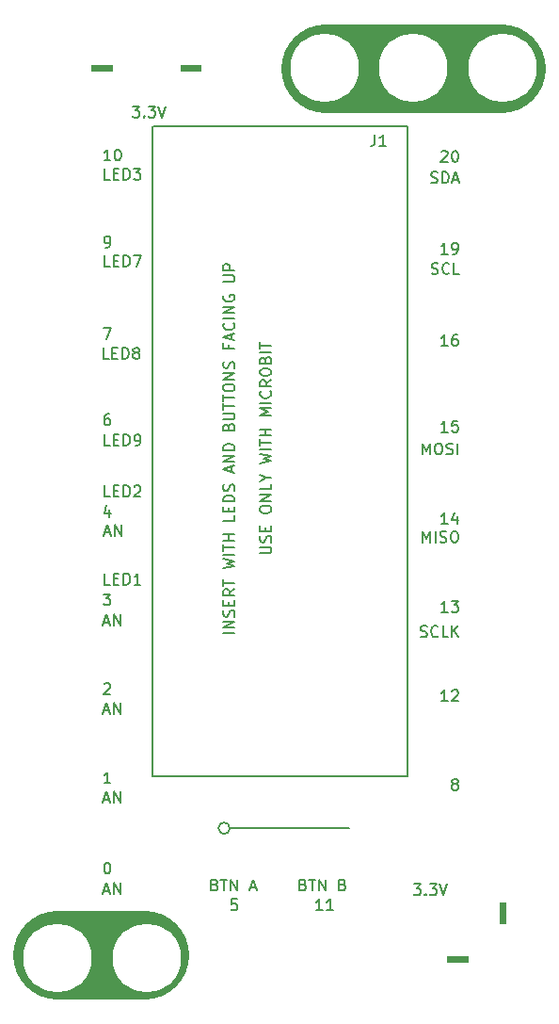
<source format=gto>
%TF.GenerationSoftware,KiCad,Pcbnew,4.0.7-e2-6376~58~ubuntu16.04.1*%
%TF.CreationDate,2018-02-09T09:37:37-08:00*%
%TF.ProjectId,6x11-Microbit-Breakout,367831312D4D6963726F6269742D4272,1.0*%
%TF.FileFunction,Legend,Top*%
%FSLAX46Y46*%
G04 Gerber Fmt 4.6, Leading zero omitted, Abs format (unit mm)*
G04 Created by KiCad (PCBNEW 4.0.7-e2-6376~58~ubuntu16.04.1) date Fri Feb  9 09:37:37 2018*
%MOMM*%
%LPD*%
G01*
G04 APERTURE LIST*
%ADD10C,0.350000*%
%ADD11C,0.152400*%
%ADD12C,0.600000*%
%ADD13C,8.000000*%
%ADD14C,0.150000*%
%ADD15C,0.300000*%
%ADD16C,0.254000*%
%ADD17C,6.152400*%
%ADD18C,1.676400*%
G04 APERTURE END LIST*
D10*
D11*
X72745600Y-96596200D02*
X83413600Y-96596200D01*
X72683033Y-96596200D02*
G75*
G03X72683033Y-96596200I-508933J0D01*
G01*
D12*
X97215200Y-100457200D02*
X97215200Y-108357200D01*
D13*
X65015200Y-108007200D02*
X57211200Y-108007200D01*
X81315200Y-28357200D02*
X97115200Y-28357200D01*
D14*
X65745200Y-91967200D02*
X65745200Y-33547200D01*
X88715200Y-91967200D02*
X88715200Y-33547200D01*
X65745200Y-91967200D02*
X88605200Y-91967200D01*
X65855200Y-33547200D02*
X88715200Y-33547200D01*
D12*
X89215200Y-108357200D02*
X97115200Y-108357200D01*
X56715200Y-28257200D02*
X73515200Y-28257200D01*
D14*
X73109581Y-79059129D02*
X72109581Y-79059129D01*
X73109581Y-78582939D02*
X72109581Y-78582939D01*
X73109581Y-78011510D01*
X72109581Y-78011510D01*
X73061962Y-77582939D02*
X73109581Y-77440082D01*
X73109581Y-77201986D01*
X73061962Y-77106748D01*
X73014343Y-77059129D01*
X72919105Y-77011510D01*
X72823867Y-77011510D01*
X72728629Y-77059129D01*
X72681010Y-77106748D01*
X72633390Y-77201986D01*
X72585771Y-77392463D01*
X72538152Y-77487701D01*
X72490533Y-77535320D01*
X72395295Y-77582939D01*
X72300057Y-77582939D01*
X72204819Y-77535320D01*
X72157200Y-77487701D01*
X72109581Y-77392463D01*
X72109581Y-77154367D01*
X72157200Y-77011510D01*
X72585771Y-76582939D02*
X72585771Y-76249605D01*
X73109581Y-76106748D02*
X73109581Y-76582939D01*
X72109581Y-76582939D01*
X72109581Y-76106748D01*
X73109581Y-75106748D02*
X72633390Y-75440082D01*
X73109581Y-75678177D02*
X72109581Y-75678177D01*
X72109581Y-75297224D01*
X72157200Y-75201986D01*
X72204819Y-75154367D01*
X72300057Y-75106748D01*
X72442914Y-75106748D01*
X72538152Y-75154367D01*
X72585771Y-75201986D01*
X72633390Y-75297224D01*
X72633390Y-75678177D01*
X72109581Y-74821034D02*
X72109581Y-74249605D01*
X73109581Y-74535320D02*
X72109581Y-74535320D01*
X72109581Y-73249605D02*
X73109581Y-73011510D01*
X72395295Y-72821033D01*
X73109581Y-72630557D01*
X72109581Y-72392462D01*
X73109581Y-72011510D02*
X72109581Y-72011510D01*
X72109581Y-71678177D02*
X72109581Y-71106748D01*
X73109581Y-71392463D02*
X72109581Y-71392463D01*
X73109581Y-70773415D02*
X72109581Y-70773415D01*
X72585771Y-70773415D02*
X72585771Y-70201986D01*
X73109581Y-70201986D02*
X72109581Y-70201986D01*
X73109581Y-68487700D02*
X73109581Y-68963891D01*
X72109581Y-68963891D01*
X72585771Y-68154367D02*
X72585771Y-67821033D01*
X73109581Y-67678176D02*
X73109581Y-68154367D01*
X72109581Y-68154367D01*
X72109581Y-67678176D01*
X73109581Y-67249605D02*
X72109581Y-67249605D01*
X72109581Y-67011510D01*
X72157200Y-66868652D01*
X72252438Y-66773414D01*
X72347676Y-66725795D01*
X72538152Y-66678176D01*
X72681010Y-66678176D01*
X72871486Y-66725795D01*
X72966724Y-66773414D01*
X73061962Y-66868652D01*
X73109581Y-67011510D01*
X73109581Y-67249605D01*
X73061962Y-66297224D02*
X73109581Y-66154367D01*
X73109581Y-65916271D01*
X73061962Y-65821033D01*
X73014343Y-65773414D01*
X72919105Y-65725795D01*
X72823867Y-65725795D01*
X72728629Y-65773414D01*
X72681010Y-65821033D01*
X72633390Y-65916271D01*
X72585771Y-66106748D01*
X72538152Y-66201986D01*
X72490533Y-66249605D01*
X72395295Y-66297224D01*
X72300057Y-66297224D01*
X72204819Y-66249605D01*
X72157200Y-66201986D01*
X72109581Y-66106748D01*
X72109581Y-65868652D01*
X72157200Y-65725795D01*
X72823867Y-64582938D02*
X72823867Y-64106747D01*
X73109581Y-64678176D02*
X72109581Y-64344843D01*
X73109581Y-64011509D01*
X73109581Y-63678176D02*
X72109581Y-63678176D01*
X73109581Y-63106747D01*
X72109581Y-63106747D01*
X73109581Y-62630557D02*
X72109581Y-62630557D01*
X72109581Y-62392462D01*
X72157200Y-62249604D01*
X72252438Y-62154366D01*
X72347676Y-62106747D01*
X72538152Y-62059128D01*
X72681010Y-62059128D01*
X72871486Y-62106747D01*
X72966724Y-62154366D01*
X73061962Y-62249604D01*
X73109581Y-62392462D01*
X73109581Y-62630557D01*
X72585771Y-60535318D02*
X72633390Y-60392461D01*
X72681010Y-60344842D01*
X72776248Y-60297223D01*
X72919105Y-60297223D01*
X73014343Y-60344842D01*
X73061962Y-60392461D01*
X73109581Y-60487699D01*
X73109581Y-60868652D01*
X72109581Y-60868652D01*
X72109581Y-60535318D01*
X72157200Y-60440080D01*
X72204819Y-60392461D01*
X72300057Y-60344842D01*
X72395295Y-60344842D01*
X72490533Y-60392461D01*
X72538152Y-60440080D01*
X72585771Y-60535318D01*
X72585771Y-60868652D01*
X72109581Y-59868652D02*
X72919105Y-59868652D01*
X73014343Y-59821033D01*
X73061962Y-59773414D01*
X73109581Y-59678176D01*
X73109581Y-59487699D01*
X73061962Y-59392461D01*
X73014343Y-59344842D01*
X72919105Y-59297223D01*
X72109581Y-59297223D01*
X72109581Y-58963890D02*
X72109581Y-58392461D01*
X73109581Y-58678176D02*
X72109581Y-58678176D01*
X72109581Y-58201985D02*
X72109581Y-57630556D01*
X73109581Y-57916271D02*
X72109581Y-57916271D01*
X72109581Y-57106747D02*
X72109581Y-56916270D01*
X72157200Y-56821032D01*
X72252438Y-56725794D01*
X72442914Y-56678175D01*
X72776248Y-56678175D01*
X72966724Y-56725794D01*
X73061962Y-56821032D01*
X73109581Y-56916270D01*
X73109581Y-57106747D01*
X73061962Y-57201985D01*
X72966724Y-57297223D01*
X72776248Y-57344842D01*
X72442914Y-57344842D01*
X72252438Y-57297223D01*
X72157200Y-57201985D01*
X72109581Y-57106747D01*
X73109581Y-56249604D02*
X72109581Y-56249604D01*
X73109581Y-55678175D01*
X72109581Y-55678175D01*
X73061962Y-55249604D02*
X73109581Y-55106747D01*
X73109581Y-54868651D01*
X73061962Y-54773413D01*
X73014343Y-54725794D01*
X72919105Y-54678175D01*
X72823867Y-54678175D01*
X72728629Y-54725794D01*
X72681010Y-54773413D01*
X72633390Y-54868651D01*
X72585771Y-55059128D01*
X72538152Y-55154366D01*
X72490533Y-55201985D01*
X72395295Y-55249604D01*
X72300057Y-55249604D01*
X72204819Y-55201985D01*
X72157200Y-55154366D01*
X72109581Y-55059128D01*
X72109581Y-54821032D01*
X72157200Y-54678175D01*
X72585771Y-53154365D02*
X72585771Y-53487699D01*
X73109581Y-53487699D02*
X72109581Y-53487699D01*
X72109581Y-53011508D01*
X72823867Y-52678175D02*
X72823867Y-52201984D01*
X73109581Y-52773413D02*
X72109581Y-52440080D01*
X73109581Y-52106746D01*
X73014343Y-51201984D02*
X73061962Y-51249603D01*
X73109581Y-51392460D01*
X73109581Y-51487698D01*
X73061962Y-51630556D01*
X72966724Y-51725794D01*
X72871486Y-51773413D01*
X72681010Y-51821032D01*
X72538152Y-51821032D01*
X72347676Y-51773413D01*
X72252438Y-51725794D01*
X72157200Y-51630556D01*
X72109581Y-51487698D01*
X72109581Y-51392460D01*
X72157200Y-51249603D01*
X72204819Y-51201984D01*
X73109581Y-50773413D02*
X72109581Y-50773413D01*
X73109581Y-50297223D02*
X72109581Y-50297223D01*
X73109581Y-49725794D01*
X72109581Y-49725794D01*
X72157200Y-48725794D02*
X72109581Y-48821032D01*
X72109581Y-48963889D01*
X72157200Y-49106747D01*
X72252438Y-49201985D01*
X72347676Y-49249604D01*
X72538152Y-49297223D01*
X72681010Y-49297223D01*
X72871486Y-49249604D01*
X72966724Y-49201985D01*
X73061962Y-49106747D01*
X73109581Y-48963889D01*
X73109581Y-48868651D01*
X73061962Y-48725794D01*
X73014343Y-48678175D01*
X72681010Y-48678175D01*
X72681010Y-48868651D01*
X72109581Y-47487699D02*
X72919105Y-47487699D01*
X73014343Y-47440080D01*
X73061962Y-47392461D01*
X73109581Y-47297223D01*
X73109581Y-47106746D01*
X73061962Y-47011508D01*
X73014343Y-46963889D01*
X72919105Y-46916270D01*
X72109581Y-46916270D01*
X73109581Y-46440080D02*
X72109581Y-46440080D01*
X72109581Y-46059127D01*
X72157200Y-45963889D01*
X72204819Y-45916270D01*
X72300057Y-45868651D01*
X72442914Y-45868651D01*
X72538152Y-45916270D01*
X72585771Y-45963889D01*
X72633390Y-46059127D01*
X72633390Y-46440080D01*
X75411581Y-71892462D02*
X76221105Y-71892462D01*
X76316343Y-71844843D01*
X76363962Y-71797224D01*
X76411581Y-71701986D01*
X76411581Y-71511509D01*
X76363962Y-71416271D01*
X76316343Y-71368652D01*
X76221105Y-71321033D01*
X75411581Y-71321033D01*
X76363962Y-70892462D02*
X76411581Y-70749605D01*
X76411581Y-70511509D01*
X76363962Y-70416271D01*
X76316343Y-70368652D01*
X76221105Y-70321033D01*
X76125867Y-70321033D01*
X76030629Y-70368652D01*
X75983010Y-70416271D01*
X75935390Y-70511509D01*
X75887771Y-70701986D01*
X75840152Y-70797224D01*
X75792533Y-70844843D01*
X75697295Y-70892462D01*
X75602057Y-70892462D01*
X75506819Y-70844843D01*
X75459200Y-70797224D01*
X75411581Y-70701986D01*
X75411581Y-70463890D01*
X75459200Y-70321033D01*
X75887771Y-69892462D02*
X75887771Y-69559128D01*
X76411581Y-69416271D02*
X76411581Y-69892462D01*
X75411581Y-69892462D01*
X75411581Y-69416271D01*
X75411581Y-68035319D02*
X75411581Y-67844842D01*
X75459200Y-67749604D01*
X75554438Y-67654366D01*
X75744914Y-67606747D01*
X76078248Y-67606747D01*
X76268724Y-67654366D01*
X76363962Y-67749604D01*
X76411581Y-67844842D01*
X76411581Y-68035319D01*
X76363962Y-68130557D01*
X76268724Y-68225795D01*
X76078248Y-68273414D01*
X75744914Y-68273414D01*
X75554438Y-68225795D01*
X75459200Y-68130557D01*
X75411581Y-68035319D01*
X76411581Y-67178176D02*
X75411581Y-67178176D01*
X76411581Y-66606747D01*
X75411581Y-66606747D01*
X76411581Y-65654366D02*
X76411581Y-66130557D01*
X75411581Y-66130557D01*
X75935390Y-65130557D02*
X76411581Y-65130557D01*
X75411581Y-65463890D02*
X75935390Y-65130557D01*
X75411581Y-64797223D01*
X75411581Y-63797223D02*
X76411581Y-63559128D01*
X75697295Y-63368651D01*
X76411581Y-63178175D01*
X75411581Y-62940080D01*
X76411581Y-62559128D02*
X75411581Y-62559128D01*
X75411581Y-62225795D02*
X75411581Y-61654366D01*
X76411581Y-61940081D02*
X75411581Y-61940081D01*
X76411581Y-61321033D02*
X75411581Y-61321033D01*
X75887771Y-61321033D02*
X75887771Y-60749604D01*
X76411581Y-60749604D02*
X75411581Y-60749604D01*
X76411581Y-59511509D02*
X75411581Y-59511509D01*
X76125867Y-59178175D01*
X75411581Y-58844842D01*
X76411581Y-58844842D01*
X76411581Y-58368652D02*
X75411581Y-58368652D01*
X76316343Y-57321033D02*
X76363962Y-57368652D01*
X76411581Y-57511509D01*
X76411581Y-57606747D01*
X76363962Y-57749605D01*
X76268724Y-57844843D01*
X76173486Y-57892462D01*
X75983010Y-57940081D01*
X75840152Y-57940081D01*
X75649676Y-57892462D01*
X75554438Y-57844843D01*
X75459200Y-57749605D01*
X75411581Y-57606747D01*
X75411581Y-57511509D01*
X75459200Y-57368652D01*
X75506819Y-57321033D01*
X76411581Y-56321033D02*
X75935390Y-56654367D01*
X76411581Y-56892462D02*
X75411581Y-56892462D01*
X75411581Y-56511509D01*
X75459200Y-56416271D01*
X75506819Y-56368652D01*
X75602057Y-56321033D01*
X75744914Y-56321033D01*
X75840152Y-56368652D01*
X75887771Y-56416271D01*
X75935390Y-56511509D01*
X75935390Y-56892462D01*
X75411581Y-55701986D02*
X75411581Y-55511509D01*
X75459200Y-55416271D01*
X75554438Y-55321033D01*
X75744914Y-55273414D01*
X76078248Y-55273414D01*
X76268724Y-55321033D01*
X76363962Y-55416271D01*
X76411581Y-55511509D01*
X76411581Y-55701986D01*
X76363962Y-55797224D01*
X76268724Y-55892462D01*
X76078248Y-55940081D01*
X75744914Y-55940081D01*
X75554438Y-55892462D01*
X75459200Y-55797224D01*
X75411581Y-55701986D01*
X75887771Y-54511509D02*
X75935390Y-54368652D01*
X75983010Y-54321033D01*
X76078248Y-54273414D01*
X76221105Y-54273414D01*
X76316343Y-54321033D01*
X76363962Y-54368652D01*
X76411581Y-54463890D01*
X76411581Y-54844843D01*
X75411581Y-54844843D01*
X75411581Y-54511509D01*
X75459200Y-54416271D01*
X75506819Y-54368652D01*
X75602057Y-54321033D01*
X75697295Y-54321033D01*
X75792533Y-54368652D01*
X75840152Y-54416271D01*
X75887771Y-54511509D01*
X75887771Y-54844843D01*
X76411581Y-53844843D02*
X75411581Y-53844843D01*
X75411581Y-53511510D02*
X75411581Y-52940081D01*
X76411581Y-53225796D02*
X75411581Y-53225796D01*
X92281867Y-60992581D02*
X91710438Y-60992581D01*
X91996152Y-60992581D02*
X91996152Y-59992581D01*
X91900914Y-60135438D01*
X91805676Y-60230676D01*
X91710438Y-60278295D01*
X93186629Y-59992581D02*
X92710438Y-59992581D01*
X92662819Y-60468771D01*
X92710438Y-60421152D01*
X92805676Y-60373533D01*
X93043772Y-60373533D01*
X93139010Y-60421152D01*
X93186629Y-60468771D01*
X93234248Y-60564010D01*
X93234248Y-60802105D01*
X93186629Y-60897343D01*
X93139010Y-60944962D01*
X93043772Y-60992581D01*
X92805676Y-60992581D01*
X92710438Y-60944962D01*
X92662819Y-60897343D01*
X92281867Y-69242581D02*
X91710438Y-69242581D01*
X91996152Y-69242581D02*
X91996152Y-68242581D01*
X91900914Y-68385438D01*
X91805676Y-68480676D01*
X91710438Y-68528295D01*
X93139010Y-68575914D02*
X93139010Y-69242581D01*
X92900914Y-68194962D02*
X92662819Y-68909248D01*
X93281867Y-68909248D01*
X92281867Y-44992581D02*
X91710438Y-44992581D01*
X91996152Y-44992581D02*
X91996152Y-43992581D01*
X91900914Y-44135438D01*
X91805676Y-44230676D01*
X91710438Y-44278295D01*
X92758057Y-44992581D02*
X92948533Y-44992581D01*
X93043772Y-44944962D01*
X93091391Y-44897343D01*
X93186629Y-44754486D01*
X93234248Y-44564010D01*
X93234248Y-44183057D01*
X93186629Y-44087819D01*
X93139010Y-44040200D01*
X93043772Y-43992581D01*
X92853295Y-43992581D01*
X92758057Y-44040200D01*
X92710438Y-44087819D01*
X92662819Y-44183057D01*
X92662819Y-44421152D01*
X92710438Y-44516390D01*
X92758057Y-44564010D01*
X92853295Y-44611629D01*
X93043772Y-44611629D01*
X93139010Y-44564010D01*
X93186629Y-44516390D01*
X93234248Y-44421152D01*
X92281867Y-53242581D02*
X91710438Y-53242581D01*
X91996152Y-53242581D02*
X91996152Y-52242581D01*
X91900914Y-52385438D01*
X91805676Y-52480676D01*
X91710438Y-52528295D01*
X93139010Y-52242581D02*
X92948533Y-52242581D01*
X92853295Y-52290200D01*
X92805676Y-52337819D01*
X92710438Y-52480676D01*
X92662819Y-52671152D01*
X92662819Y-53052105D01*
X92710438Y-53147343D01*
X92758057Y-53194962D01*
X92853295Y-53242581D01*
X93043772Y-53242581D01*
X93139010Y-53194962D01*
X93186629Y-53147343D01*
X93234248Y-53052105D01*
X93234248Y-52814010D01*
X93186629Y-52718771D01*
X93139010Y-52671152D01*
X93043772Y-52623533D01*
X92853295Y-52623533D01*
X92758057Y-52671152D01*
X92710438Y-52718771D01*
X92662819Y-52814010D01*
X91710438Y-35804819D02*
X91758057Y-35757200D01*
X91853295Y-35709581D01*
X92091391Y-35709581D01*
X92186629Y-35757200D01*
X92234248Y-35804819D01*
X92281867Y-35900057D01*
X92281867Y-35995295D01*
X92234248Y-36138152D01*
X91662819Y-36709581D01*
X92281867Y-36709581D01*
X92900914Y-35709581D02*
X92996153Y-35709581D01*
X93091391Y-35757200D01*
X93139010Y-35804819D01*
X93186629Y-35900057D01*
X93234248Y-36090533D01*
X93234248Y-36328629D01*
X93186629Y-36519105D01*
X93139010Y-36614343D01*
X93091391Y-36661962D01*
X92996153Y-36709581D01*
X92900914Y-36709581D01*
X92805676Y-36661962D01*
X92758057Y-36614343D01*
X92710438Y-36519105D01*
X92662819Y-36328629D01*
X92662819Y-36090533D01*
X92710438Y-35900057D01*
X92758057Y-35804819D01*
X92805676Y-35757200D01*
X92900914Y-35709581D01*
X92281867Y-77182581D02*
X91710438Y-77182581D01*
X91996152Y-77182581D02*
X91996152Y-76182581D01*
X91900914Y-76325438D01*
X91805676Y-76420676D01*
X91710438Y-76468295D01*
X92615200Y-76182581D02*
X93234248Y-76182581D01*
X92900914Y-76563533D01*
X93043772Y-76563533D01*
X93139010Y-76611152D01*
X93186629Y-76658771D01*
X93234248Y-76754010D01*
X93234248Y-76992105D01*
X93186629Y-77087343D01*
X93139010Y-77134962D01*
X93043772Y-77182581D01*
X92758057Y-77182581D01*
X92662819Y-77134962D01*
X92615200Y-77087343D01*
X92281867Y-85182581D02*
X91710438Y-85182581D01*
X91996152Y-85182581D02*
X91996152Y-84182581D01*
X91900914Y-84325438D01*
X91805676Y-84420676D01*
X91710438Y-84468295D01*
X92662819Y-84277819D02*
X92710438Y-84230200D01*
X92805676Y-84182581D01*
X93043772Y-84182581D01*
X93139010Y-84230200D01*
X93186629Y-84277819D01*
X93234248Y-84373057D01*
X93234248Y-84468295D01*
X93186629Y-84611152D01*
X92615200Y-85182581D01*
X93234248Y-85182581D01*
X92853295Y-92611152D02*
X92758057Y-92563533D01*
X92710438Y-92515914D01*
X92662819Y-92420676D01*
X92662819Y-92373057D01*
X92710438Y-92277819D01*
X92758057Y-92230200D01*
X92853295Y-92182581D01*
X93043772Y-92182581D01*
X93139010Y-92230200D01*
X93186629Y-92277819D01*
X93234248Y-92373057D01*
X93234248Y-92420676D01*
X93186629Y-92515914D01*
X93139010Y-92563533D01*
X93043772Y-92611152D01*
X92853295Y-92611152D01*
X92758057Y-92658771D01*
X92710438Y-92706390D01*
X92662819Y-92801629D01*
X92662819Y-92992105D01*
X92710438Y-93087343D01*
X92758057Y-93134962D01*
X92853295Y-93182581D01*
X93043772Y-93182581D01*
X93139010Y-93134962D01*
X93186629Y-93087343D01*
X93234248Y-92992105D01*
X93234248Y-92801629D01*
X93186629Y-92706390D01*
X93139010Y-92658771D01*
X93043772Y-92611152D01*
X63939010Y-31709581D02*
X64558058Y-31709581D01*
X64224724Y-32090533D01*
X64367582Y-32090533D01*
X64462820Y-32138152D01*
X64510439Y-32185771D01*
X64558058Y-32281010D01*
X64558058Y-32519105D01*
X64510439Y-32614343D01*
X64462820Y-32661962D01*
X64367582Y-32709581D01*
X64081867Y-32709581D01*
X63986629Y-32661962D01*
X63939010Y-32614343D01*
X64986629Y-32614343D02*
X65034248Y-32661962D01*
X64986629Y-32709581D01*
X64939010Y-32661962D01*
X64986629Y-32614343D01*
X64986629Y-32709581D01*
X65367581Y-31709581D02*
X65986629Y-31709581D01*
X65653295Y-32090533D01*
X65796153Y-32090533D01*
X65891391Y-32138152D01*
X65939010Y-32185771D01*
X65986629Y-32281010D01*
X65986629Y-32519105D01*
X65939010Y-32614343D01*
X65891391Y-32661962D01*
X65796153Y-32709581D01*
X65510438Y-32709581D01*
X65415200Y-32661962D01*
X65367581Y-32614343D01*
X66272343Y-31709581D02*
X66605676Y-32709581D01*
X66939010Y-31709581D01*
X61848534Y-67956914D02*
X61848534Y-68623581D01*
X61610438Y-67575962D02*
X61372343Y-68290248D01*
X61991391Y-68290248D01*
X61324724Y-75563581D02*
X61943772Y-75563581D01*
X61610438Y-75944533D01*
X61753296Y-75944533D01*
X61848534Y-75992152D01*
X61896153Y-76039771D01*
X61943772Y-76135010D01*
X61943772Y-76373105D01*
X61896153Y-76468343D01*
X61848534Y-76515962D01*
X61753296Y-76563581D01*
X61467581Y-76563581D01*
X61372343Y-76515962D01*
X61324724Y-76468343D01*
X61372343Y-102223867D02*
X61848534Y-102223867D01*
X61277105Y-102509581D02*
X61610438Y-101509581D01*
X61943772Y-102509581D01*
X62277105Y-102509581D02*
X62277105Y-101509581D01*
X62848534Y-102509581D01*
X62848534Y-101509581D01*
X61943772Y-92563581D02*
X61372343Y-92563581D01*
X61658057Y-92563581D02*
X61658057Y-91563581D01*
X61562819Y-91706438D01*
X61467581Y-91801676D01*
X61372343Y-91849295D01*
X61848534Y-59373581D02*
X61658057Y-59373581D01*
X61562819Y-59421200D01*
X61515200Y-59468819D01*
X61419962Y-59611676D01*
X61372343Y-59802152D01*
X61372343Y-60183105D01*
X61419962Y-60278343D01*
X61467581Y-60325962D01*
X61562819Y-60373581D01*
X61753296Y-60373581D01*
X61848534Y-60325962D01*
X61896153Y-60278343D01*
X61943772Y-60183105D01*
X61943772Y-59945010D01*
X61896153Y-59849771D01*
X61848534Y-59802152D01*
X61753296Y-59754533D01*
X61562819Y-59754533D01*
X61467581Y-59802152D01*
X61419962Y-59849771D01*
X61372343Y-59945010D01*
X61467581Y-44403581D02*
X61658057Y-44403581D01*
X61753296Y-44355962D01*
X61800915Y-44308343D01*
X61896153Y-44165486D01*
X61943772Y-43975010D01*
X61943772Y-43594057D01*
X61896153Y-43498819D01*
X61848534Y-43451200D01*
X61753296Y-43403581D01*
X61562819Y-43403581D01*
X61467581Y-43451200D01*
X61419962Y-43498819D01*
X61372343Y-43594057D01*
X61372343Y-43832152D01*
X61419962Y-43927390D01*
X61467581Y-43975010D01*
X61562819Y-44022629D01*
X61753296Y-44022629D01*
X61848534Y-43975010D01*
X61896153Y-43927390D01*
X61943772Y-43832152D01*
X61324724Y-51643581D02*
X61991391Y-51643581D01*
X61562819Y-52643581D01*
X61943772Y-36593581D02*
X61372343Y-36593581D01*
X61658057Y-36593581D02*
X61658057Y-35593581D01*
X61562819Y-35736438D01*
X61467581Y-35831676D01*
X61372343Y-35879295D01*
X62562819Y-35593581D02*
X62658058Y-35593581D01*
X62753296Y-35641200D01*
X62800915Y-35688819D01*
X62848534Y-35784057D01*
X62896153Y-35974533D01*
X62896153Y-36212629D01*
X62848534Y-36403105D01*
X62800915Y-36498343D01*
X62753296Y-36545962D01*
X62658058Y-36593581D01*
X62562819Y-36593581D01*
X62467581Y-36545962D01*
X62419962Y-36498343D01*
X62372343Y-36403105D01*
X62324724Y-36212629D01*
X62324724Y-35974533D01*
X62372343Y-35784057D01*
X62419962Y-35688819D01*
X62467581Y-35641200D01*
X62562819Y-35593581D01*
X61610438Y-99693581D02*
X61705677Y-99693581D01*
X61800915Y-99741200D01*
X61848534Y-99788819D01*
X61896153Y-99884057D01*
X61943772Y-100074533D01*
X61943772Y-100312629D01*
X61896153Y-100503105D01*
X61848534Y-100598343D01*
X61800915Y-100645962D01*
X61705677Y-100693581D01*
X61610438Y-100693581D01*
X61515200Y-100645962D01*
X61467581Y-100598343D01*
X61419962Y-100503105D01*
X61372343Y-100312629D01*
X61372343Y-100074533D01*
X61419962Y-99884057D01*
X61467581Y-99788819D01*
X61515200Y-99741200D01*
X61610438Y-99693581D01*
X81023724Y-103976581D02*
X80452295Y-103976581D01*
X80738009Y-103976581D02*
X80738009Y-102976581D01*
X80642771Y-103119438D01*
X80547533Y-103214676D01*
X80452295Y-103262295D01*
X81976105Y-103976581D02*
X81404676Y-103976581D01*
X81690390Y-103976581D02*
X81690390Y-102976581D01*
X81595152Y-103119438D01*
X81499914Y-103214676D01*
X81404676Y-103262295D01*
X73324296Y-102976581D02*
X72848105Y-102976581D01*
X72800486Y-103452771D01*
X72848105Y-103405152D01*
X72943343Y-103357533D01*
X73181439Y-103357533D01*
X73276677Y-103405152D01*
X73324296Y-103452771D01*
X73371915Y-103548010D01*
X73371915Y-103786105D01*
X73324296Y-103881343D01*
X73276677Y-103928962D01*
X73181439Y-103976581D01*
X72943343Y-103976581D01*
X72848105Y-103928962D01*
X72800486Y-103881343D01*
X89239010Y-101609581D02*
X89858058Y-101609581D01*
X89524724Y-101990533D01*
X89667582Y-101990533D01*
X89762820Y-102038152D01*
X89810439Y-102085771D01*
X89858058Y-102181010D01*
X89858058Y-102419105D01*
X89810439Y-102514343D01*
X89762820Y-102561962D01*
X89667582Y-102609581D01*
X89381867Y-102609581D01*
X89286629Y-102561962D01*
X89239010Y-102514343D01*
X90286629Y-102514343D02*
X90334248Y-102561962D01*
X90286629Y-102609581D01*
X90239010Y-102561962D01*
X90286629Y-102514343D01*
X90286629Y-102609581D01*
X90667581Y-101609581D02*
X91286629Y-101609581D01*
X90953295Y-101990533D01*
X91096153Y-101990533D01*
X91191391Y-102038152D01*
X91239010Y-102085771D01*
X91286629Y-102181010D01*
X91286629Y-102419105D01*
X91239010Y-102514343D01*
X91191391Y-102561962D01*
X91096153Y-102609581D01*
X90810438Y-102609581D01*
X90715200Y-102561962D01*
X90667581Y-102514343D01*
X91572343Y-101609581D02*
X91905676Y-102609581D01*
X92239010Y-101609581D01*
X85731867Y-34269581D02*
X85731867Y-34983867D01*
X85684247Y-35126724D01*
X85589009Y-35221962D01*
X85446152Y-35269581D01*
X85350914Y-35269581D01*
X86731867Y-35269581D02*
X86160438Y-35269581D01*
X86446152Y-35269581D02*
X86446152Y-34269581D01*
X86350914Y-34412438D01*
X86255676Y-34507676D01*
X86160438Y-34555295D01*
X71343343Y-101685771D02*
X71486200Y-101733390D01*
X71533819Y-101781010D01*
X71581438Y-101876248D01*
X71581438Y-102019105D01*
X71533819Y-102114343D01*
X71486200Y-102161962D01*
X71390962Y-102209581D01*
X71010009Y-102209581D01*
X71010009Y-101209581D01*
X71343343Y-101209581D01*
X71438581Y-101257200D01*
X71486200Y-101304819D01*
X71533819Y-101400057D01*
X71533819Y-101495295D01*
X71486200Y-101590533D01*
X71438581Y-101638152D01*
X71343343Y-101685771D01*
X71010009Y-101685771D01*
X71867152Y-101209581D02*
X72438581Y-101209581D01*
X72152866Y-102209581D02*
X72152866Y-101209581D01*
X72771914Y-102209581D02*
X72771914Y-101209581D01*
X73343343Y-102209581D01*
X73343343Y-101209581D01*
X74533819Y-101923867D02*
X75010010Y-101923867D01*
X74438581Y-102209581D02*
X74771914Y-101209581D01*
X75105248Y-102209581D01*
X79271915Y-101685771D02*
X79414772Y-101733390D01*
X79462391Y-101781010D01*
X79510010Y-101876248D01*
X79510010Y-102019105D01*
X79462391Y-102114343D01*
X79414772Y-102161962D01*
X79319534Y-102209581D01*
X78938581Y-102209581D01*
X78938581Y-101209581D01*
X79271915Y-101209581D01*
X79367153Y-101257200D01*
X79414772Y-101304819D01*
X79462391Y-101400057D01*
X79462391Y-101495295D01*
X79414772Y-101590533D01*
X79367153Y-101638152D01*
X79271915Y-101685771D01*
X78938581Y-101685771D01*
X79795724Y-101209581D02*
X80367153Y-101209581D01*
X80081438Y-102209581D02*
X80081438Y-101209581D01*
X80700486Y-102209581D02*
X80700486Y-101209581D01*
X81271915Y-102209581D01*
X81271915Y-101209581D01*
X82843344Y-101685771D02*
X82986201Y-101733390D01*
X83033820Y-101781010D01*
X83081439Y-101876248D01*
X83081439Y-102019105D01*
X83033820Y-102114343D01*
X82986201Y-102161962D01*
X82890963Y-102209581D01*
X82510010Y-102209581D01*
X82510010Y-101209581D01*
X82843344Y-101209581D01*
X82938582Y-101257200D01*
X82986201Y-101304819D01*
X83033820Y-101400057D01*
X83033820Y-101495295D01*
X82986201Y-101590533D01*
X82938582Y-101638152D01*
X82843344Y-101685771D01*
X82510010Y-101685771D01*
X90805676Y-38561962D02*
X90948533Y-38609581D01*
X91186629Y-38609581D01*
X91281867Y-38561962D01*
X91329486Y-38514343D01*
X91377105Y-38419105D01*
X91377105Y-38323867D01*
X91329486Y-38228629D01*
X91281867Y-38181010D01*
X91186629Y-38133390D01*
X90996152Y-38085771D01*
X90900914Y-38038152D01*
X90853295Y-37990533D01*
X90805676Y-37895295D01*
X90805676Y-37800057D01*
X90853295Y-37704819D01*
X90900914Y-37657200D01*
X90996152Y-37609581D01*
X91234248Y-37609581D01*
X91377105Y-37657200D01*
X91805676Y-38609581D02*
X91805676Y-37609581D01*
X92043771Y-37609581D01*
X92186629Y-37657200D01*
X92281867Y-37752438D01*
X92329486Y-37847676D01*
X92377105Y-38038152D01*
X92377105Y-38181010D01*
X92329486Y-38371486D01*
X92281867Y-38466724D01*
X92186629Y-38561962D01*
X92043771Y-38609581D01*
X91805676Y-38609581D01*
X92758057Y-38323867D02*
X93234248Y-38323867D01*
X92662819Y-38609581D02*
X92996152Y-37609581D01*
X93329486Y-38609581D01*
X90853295Y-46761962D02*
X90996152Y-46809581D01*
X91234248Y-46809581D01*
X91329486Y-46761962D01*
X91377105Y-46714343D01*
X91424724Y-46619105D01*
X91424724Y-46523867D01*
X91377105Y-46428629D01*
X91329486Y-46381010D01*
X91234248Y-46333390D01*
X91043771Y-46285771D01*
X90948533Y-46238152D01*
X90900914Y-46190533D01*
X90853295Y-46095295D01*
X90853295Y-46000057D01*
X90900914Y-45904819D01*
X90948533Y-45857200D01*
X91043771Y-45809581D01*
X91281867Y-45809581D01*
X91424724Y-45857200D01*
X92424724Y-46714343D02*
X92377105Y-46761962D01*
X92234248Y-46809581D01*
X92139010Y-46809581D01*
X91996152Y-46761962D01*
X91900914Y-46666724D01*
X91853295Y-46571486D01*
X91805676Y-46381010D01*
X91805676Y-46238152D01*
X91853295Y-46047676D01*
X91900914Y-45952438D01*
X91996152Y-45857200D01*
X92139010Y-45809581D01*
X92234248Y-45809581D01*
X92377105Y-45857200D01*
X92424724Y-45904819D01*
X93329486Y-46809581D02*
X92853295Y-46809581D01*
X92853295Y-45809581D01*
X90043772Y-63009581D02*
X90043772Y-62009581D01*
X90377106Y-62723867D01*
X90710439Y-62009581D01*
X90710439Y-63009581D01*
X91377105Y-62009581D02*
X91567582Y-62009581D01*
X91662820Y-62057200D01*
X91758058Y-62152438D01*
X91805677Y-62342914D01*
X91805677Y-62676248D01*
X91758058Y-62866724D01*
X91662820Y-62961962D01*
X91567582Y-63009581D01*
X91377105Y-63009581D01*
X91281867Y-62961962D01*
X91186629Y-62866724D01*
X91139010Y-62676248D01*
X91139010Y-62342914D01*
X91186629Y-62152438D01*
X91281867Y-62057200D01*
X91377105Y-62009581D01*
X92186629Y-62961962D02*
X92329486Y-63009581D01*
X92567582Y-63009581D01*
X92662820Y-62961962D01*
X92710439Y-62914343D01*
X92758058Y-62819105D01*
X92758058Y-62723867D01*
X92710439Y-62628629D01*
X92662820Y-62581010D01*
X92567582Y-62533390D01*
X92377105Y-62485771D01*
X92281867Y-62438152D01*
X92234248Y-62390533D01*
X92186629Y-62295295D01*
X92186629Y-62200057D01*
X92234248Y-62104819D01*
X92281867Y-62057200D01*
X92377105Y-62009581D01*
X92615201Y-62009581D01*
X92758058Y-62057200D01*
X93186629Y-63009581D02*
X93186629Y-62009581D01*
X90043772Y-70909581D02*
X90043772Y-69909581D01*
X90377106Y-70623867D01*
X90710439Y-69909581D01*
X90710439Y-70909581D01*
X91186629Y-70909581D02*
X91186629Y-69909581D01*
X91615200Y-70861962D02*
X91758057Y-70909581D01*
X91996153Y-70909581D01*
X92091391Y-70861962D01*
X92139010Y-70814343D01*
X92186629Y-70719105D01*
X92186629Y-70623867D01*
X92139010Y-70528629D01*
X92091391Y-70481010D01*
X91996153Y-70433390D01*
X91805676Y-70385771D01*
X91710438Y-70338152D01*
X91662819Y-70290533D01*
X91615200Y-70195295D01*
X91615200Y-70100057D01*
X91662819Y-70004819D01*
X91710438Y-69957200D01*
X91805676Y-69909581D01*
X92043772Y-69909581D01*
X92186629Y-69957200D01*
X92805676Y-69909581D02*
X92996153Y-69909581D01*
X93091391Y-69957200D01*
X93186629Y-70052438D01*
X93234248Y-70242914D01*
X93234248Y-70576248D01*
X93186629Y-70766724D01*
X93091391Y-70861962D01*
X92996153Y-70909581D01*
X92805676Y-70909581D01*
X92710438Y-70861962D01*
X92615200Y-70766724D01*
X92567581Y-70576248D01*
X92567581Y-70242914D01*
X92615200Y-70052438D01*
X92710438Y-69957200D01*
X92805676Y-69909581D01*
X89853295Y-79361962D02*
X89996152Y-79409581D01*
X90234248Y-79409581D01*
X90329486Y-79361962D01*
X90377105Y-79314343D01*
X90424724Y-79219105D01*
X90424724Y-79123867D01*
X90377105Y-79028629D01*
X90329486Y-78981010D01*
X90234248Y-78933390D01*
X90043771Y-78885771D01*
X89948533Y-78838152D01*
X89900914Y-78790533D01*
X89853295Y-78695295D01*
X89853295Y-78600057D01*
X89900914Y-78504819D01*
X89948533Y-78457200D01*
X90043771Y-78409581D01*
X90281867Y-78409581D01*
X90424724Y-78457200D01*
X91424724Y-79314343D02*
X91377105Y-79361962D01*
X91234248Y-79409581D01*
X91139010Y-79409581D01*
X90996152Y-79361962D01*
X90900914Y-79266724D01*
X90853295Y-79171486D01*
X90805676Y-78981010D01*
X90805676Y-78838152D01*
X90853295Y-78647676D01*
X90900914Y-78552438D01*
X90996152Y-78457200D01*
X91139010Y-78409581D01*
X91234248Y-78409581D01*
X91377105Y-78457200D01*
X91424724Y-78504819D01*
X92329486Y-79409581D02*
X91853295Y-79409581D01*
X91853295Y-78409581D01*
X92662819Y-79409581D02*
X92662819Y-78409581D01*
X93234248Y-79409581D02*
X92805676Y-78838152D01*
X93234248Y-78409581D02*
X92662819Y-78981010D01*
X61372343Y-83658819D02*
X61419962Y-83611200D01*
X61515200Y-83563581D01*
X61753296Y-83563581D01*
X61848534Y-83611200D01*
X61896153Y-83658819D01*
X61943772Y-83754057D01*
X61943772Y-83849295D01*
X61896153Y-83992152D01*
X61324724Y-84563581D01*
X61943772Y-84563581D01*
X61372343Y-94023867D02*
X61848534Y-94023867D01*
X61277105Y-94309581D02*
X61610438Y-93309581D01*
X61943772Y-94309581D01*
X62277105Y-94309581D02*
X62277105Y-93309581D01*
X62848534Y-94309581D01*
X62848534Y-93309581D01*
X61353295Y-86023867D02*
X61829486Y-86023867D01*
X61258057Y-86309581D02*
X61591390Y-85309581D01*
X61924724Y-86309581D01*
X62258057Y-86309581D02*
X62258057Y-85309581D01*
X62829486Y-86309581D01*
X62829486Y-85309581D01*
X61353295Y-78123867D02*
X61829486Y-78123867D01*
X61258057Y-78409581D02*
X61591390Y-77409581D01*
X61924724Y-78409581D01*
X62258057Y-78409581D02*
X62258057Y-77409581D01*
X62829486Y-78409581D01*
X62829486Y-77409581D01*
X61453295Y-70023867D02*
X61929486Y-70023867D01*
X61358057Y-70309581D02*
X61691390Y-69309581D01*
X62024724Y-70309581D01*
X62358057Y-70309581D02*
X62358057Y-69309581D01*
X62929486Y-70309581D01*
X62929486Y-69309581D01*
X61896153Y-66809581D02*
X61419962Y-66809581D01*
X61419962Y-65809581D01*
X62229486Y-66285771D02*
X62562820Y-66285771D01*
X62705677Y-66809581D02*
X62229486Y-66809581D01*
X62229486Y-65809581D01*
X62705677Y-65809581D01*
X63134248Y-66809581D02*
X63134248Y-65809581D01*
X63372343Y-65809581D01*
X63515201Y-65857200D01*
X63610439Y-65952438D01*
X63658058Y-66047676D01*
X63705677Y-66238152D01*
X63705677Y-66381010D01*
X63658058Y-66571486D01*
X63610439Y-66666724D01*
X63515201Y-66761962D01*
X63372343Y-66809581D01*
X63134248Y-66809581D01*
X64086629Y-65904819D02*
X64134248Y-65857200D01*
X64229486Y-65809581D01*
X64467582Y-65809581D01*
X64562820Y-65857200D01*
X64610439Y-65904819D01*
X64658058Y-66000057D01*
X64658058Y-66095295D01*
X64610439Y-66238152D01*
X64039010Y-66809581D01*
X64658058Y-66809581D01*
X61896153Y-74709581D02*
X61419962Y-74709581D01*
X61419962Y-73709581D01*
X62229486Y-74185771D02*
X62562820Y-74185771D01*
X62705677Y-74709581D02*
X62229486Y-74709581D01*
X62229486Y-73709581D01*
X62705677Y-73709581D01*
X63134248Y-74709581D02*
X63134248Y-73709581D01*
X63372343Y-73709581D01*
X63515201Y-73757200D01*
X63610439Y-73852438D01*
X63658058Y-73947676D01*
X63705677Y-74138152D01*
X63705677Y-74281010D01*
X63658058Y-74471486D01*
X63610439Y-74566724D01*
X63515201Y-74661962D01*
X63372343Y-74709581D01*
X63134248Y-74709581D01*
X64658058Y-74709581D02*
X64086629Y-74709581D01*
X64372343Y-74709581D02*
X64372343Y-73709581D01*
X64277105Y-73852438D01*
X64181867Y-73947676D01*
X64086629Y-73995295D01*
X61896153Y-62209581D02*
X61419962Y-62209581D01*
X61419962Y-61209581D01*
X62229486Y-61685771D02*
X62562820Y-61685771D01*
X62705677Y-62209581D02*
X62229486Y-62209581D01*
X62229486Y-61209581D01*
X62705677Y-61209581D01*
X63134248Y-62209581D02*
X63134248Y-61209581D01*
X63372343Y-61209581D01*
X63515201Y-61257200D01*
X63610439Y-61352438D01*
X63658058Y-61447676D01*
X63705677Y-61638152D01*
X63705677Y-61781010D01*
X63658058Y-61971486D01*
X63610439Y-62066724D01*
X63515201Y-62161962D01*
X63372343Y-62209581D01*
X63134248Y-62209581D01*
X64181867Y-62209581D02*
X64372343Y-62209581D01*
X64467582Y-62161962D01*
X64515201Y-62114343D01*
X64610439Y-61971486D01*
X64658058Y-61781010D01*
X64658058Y-61400057D01*
X64610439Y-61304819D01*
X64562820Y-61257200D01*
X64467582Y-61209581D01*
X64277105Y-61209581D01*
X64181867Y-61257200D01*
X64134248Y-61304819D01*
X64086629Y-61400057D01*
X64086629Y-61638152D01*
X64134248Y-61733390D01*
X64181867Y-61781010D01*
X64277105Y-61828629D01*
X64467582Y-61828629D01*
X64562820Y-61781010D01*
X64610439Y-61733390D01*
X64658058Y-61638152D01*
X61796153Y-54409581D02*
X61319962Y-54409581D01*
X61319962Y-53409581D01*
X62129486Y-53885771D02*
X62462820Y-53885771D01*
X62605677Y-54409581D02*
X62129486Y-54409581D01*
X62129486Y-53409581D01*
X62605677Y-53409581D01*
X63034248Y-54409581D02*
X63034248Y-53409581D01*
X63272343Y-53409581D01*
X63415201Y-53457200D01*
X63510439Y-53552438D01*
X63558058Y-53647676D01*
X63605677Y-53838152D01*
X63605677Y-53981010D01*
X63558058Y-54171486D01*
X63510439Y-54266724D01*
X63415201Y-54361962D01*
X63272343Y-54409581D01*
X63034248Y-54409581D01*
X64177105Y-53838152D02*
X64081867Y-53790533D01*
X64034248Y-53742914D01*
X63986629Y-53647676D01*
X63986629Y-53600057D01*
X64034248Y-53504819D01*
X64081867Y-53457200D01*
X64177105Y-53409581D01*
X64367582Y-53409581D01*
X64462820Y-53457200D01*
X64510439Y-53504819D01*
X64558058Y-53600057D01*
X64558058Y-53647676D01*
X64510439Y-53742914D01*
X64462820Y-53790533D01*
X64367582Y-53838152D01*
X64177105Y-53838152D01*
X64081867Y-53885771D01*
X64034248Y-53933390D01*
X63986629Y-54028629D01*
X63986629Y-54219105D01*
X64034248Y-54314343D01*
X64081867Y-54361962D01*
X64177105Y-54409581D01*
X64367582Y-54409581D01*
X64462820Y-54361962D01*
X64510439Y-54314343D01*
X64558058Y-54219105D01*
X64558058Y-54028629D01*
X64510439Y-53933390D01*
X64462820Y-53885771D01*
X64367582Y-53838152D01*
X61896153Y-46109581D02*
X61419962Y-46109581D01*
X61419962Y-45109581D01*
X62229486Y-45585771D02*
X62562820Y-45585771D01*
X62705677Y-46109581D02*
X62229486Y-46109581D01*
X62229486Y-45109581D01*
X62705677Y-45109581D01*
X63134248Y-46109581D02*
X63134248Y-45109581D01*
X63372343Y-45109581D01*
X63515201Y-45157200D01*
X63610439Y-45252438D01*
X63658058Y-45347676D01*
X63705677Y-45538152D01*
X63705677Y-45681010D01*
X63658058Y-45871486D01*
X63610439Y-45966724D01*
X63515201Y-46061962D01*
X63372343Y-46109581D01*
X63134248Y-46109581D01*
X64039010Y-45109581D02*
X64705677Y-45109581D01*
X64277105Y-46109581D01*
X61896153Y-38309581D02*
X61419962Y-38309581D01*
X61419962Y-37309581D01*
X62229486Y-37785771D02*
X62562820Y-37785771D01*
X62705677Y-38309581D02*
X62229486Y-38309581D01*
X62229486Y-37309581D01*
X62705677Y-37309581D01*
X63134248Y-38309581D02*
X63134248Y-37309581D01*
X63372343Y-37309581D01*
X63515201Y-37357200D01*
X63610439Y-37452438D01*
X63658058Y-37547676D01*
X63705677Y-37738152D01*
X63705677Y-37881010D01*
X63658058Y-38071486D01*
X63610439Y-38166724D01*
X63515201Y-38261962D01*
X63372343Y-38309581D01*
X63134248Y-38309581D01*
X64039010Y-37309581D02*
X64658058Y-37309581D01*
X64324724Y-37690533D01*
X64467582Y-37690533D01*
X64562820Y-37738152D01*
X64610439Y-37785771D01*
X64658058Y-37881010D01*
X64658058Y-38119105D01*
X64610439Y-38214343D01*
X64562820Y-38261962D01*
X64467582Y-38309581D01*
X64181867Y-38309581D01*
X64086629Y-38261962D01*
X64039010Y-38214343D01*
%LPC*%
D15*
X74715372Y-98452714D02*
X74643943Y-98524143D01*
X74429657Y-98595571D01*
X74286800Y-98595571D01*
X74072515Y-98524143D01*
X73929657Y-98381286D01*
X73858229Y-98238429D01*
X73786800Y-97952714D01*
X73786800Y-97738429D01*
X73858229Y-97452714D01*
X73929657Y-97309857D01*
X74072515Y-97167000D01*
X74286800Y-97095571D01*
X74429657Y-97095571D01*
X74643943Y-97167000D01*
X74715372Y-97238429D01*
X75358229Y-98595571D02*
X75358229Y-97095571D01*
X76929658Y-98595571D02*
X76429658Y-97881286D01*
X76072515Y-98595571D02*
X76072515Y-97095571D01*
X76643943Y-97095571D01*
X76786801Y-97167000D01*
X76858229Y-97238429D01*
X76929658Y-97381286D01*
X76929658Y-97595571D01*
X76858229Y-97738429D01*
X76786801Y-97809857D01*
X76643943Y-97881286D01*
X76072515Y-97881286D01*
X78429658Y-98452714D02*
X78358229Y-98524143D01*
X78143943Y-98595571D01*
X78001086Y-98595571D01*
X77786801Y-98524143D01*
X77643943Y-98381286D01*
X77572515Y-98238429D01*
X77501086Y-97952714D01*
X77501086Y-97738429D01*
X77572515Y-97452714D01*
X77643943Y-97309857D01*
X77786801Y-97167000D01*
X78001086Y-97095571D01*
X78143943Y-97095571D01*
X78358229Y-97167000D01*
X78429658Y-97238429D01*
X79072515Y-97095571D02*
X79072515Y-98309857D01*
X79143943Y-98452714D01*
X79215372Y-98524143D01*
X79358229Y-98595571D01*
X79643943Y-98595571D01*
X79786801Y-98524143D01*
X79858229Y-98452714D01*
X79929658Y-98309857D01*
X79929658Y-97095571D01*
X80643944Y-98595571D02*
X80643944Y-97095571D01*
X81143944Y-97095571D02*
X82001087Y-97095571D01*
X81572516Y-98595571D02*
X81572516Y-97095571D01*
X82429658Y-98524143D02*
X82643944Y-98595571D01*
X83001087Y-98595571D01*
X83143944Y-98524143D01*
X83215373Y-98452714D01*
X83286801Y-98309857D01*
X83286801Y-98167000D01*
X83215373Y-98024143D01*
X83143944Y-97952714D01*
X83001087Y-97881286D01*
X82715373Y-97809857D01*
X82572515Y-97738429D01*
X82501087Y-97667000D01*
X82429658Y-97524143D01*
X82429658Y-97381286D01*
X82501087Y-97238429D01*
X82572515Y-97167000D01*
X82715373Y-97095571D01*
X83072515Y-97095571D01*
X83286801Y-97167000D01*
X74168287Y-96014314D02*
X74096858Y-96085743D01*
X73882572Y-96157171D01*
X73739715Y-96157171D01*
X73525430Y-96085743D01*
X73382572Y-95942886D01*
X73311144Y-95800029D01*
X73239715Y-95514314D01*
X73239715Y-95300029D01*
X73311144Y-95014314D01*
X73382572Y-94871457D01*
X73525430Y-94728600D01*
X73739715Y-94657171D01*
X73882572Y-94657171D01*
X74096858Y-94728600D01*
X74168287Y-94800029D01*
X75668287Y-96157171D02*
X75168287Y-95442886D01*
X74811144Y-96157171D02*
X74811144Y-94657171D01*
X75382572Y-94657171D01*
X75525430Y-94728600D01*
X75596858Y-94800029D01*
X75668287Y-94942886D01*
X75668287Y-95157171D01*
X75596858Y-95300029D01*
X75525430Y-95371457D01*
X75382572Y-95442886D01*
X74811144Y-95442886D01*
X76239715Y-95728600D02*
X76954001Y-95728600D01*
X76096858Y-96157171D02*
X76596858Y-94657171D01*
X77096858Y-96157171D01*
X77454001Y-94657171D02*
X78454001Y-94657171D01*
X77454001Y-96157171D01*
X78454001Y-96157171D01*
X79311143Y-95442886D02*
X79311143Y-96157171D01*
X78811143Y-94657171D02*
X79311143Y-95442886D01*
X79811143Y-94657171D01*
D11*
X84429600Y-95389700D02*
X83286600Y-96342200D01*
X83096100Y-96342200D02*
X84429600Y-95389700D01*
X84048600Y-95516700D02*
X83096100Y-96342200D01*
X82969100Y-96278700D02*
X84048600Y-95516700D01*
X83858100Y-95580200D02*
X82969100Y-96278700D01*
X82715100Y-96342200D02*
X83858100Y-95580200D01*
X83540600Y-95707200D02*
X82715100Y-96342200D01*
X82588100Y-96278700D02*
X83540600Y-95707200D01*
X83350100Y-95707200D02*
X82588100Y-96278700D01*
X82588100Y-96151700D02*
X83350100Y-95707200D01*
X83096100Y-95707200D02*
X82588100Y-96151700D01*
X82524600Y-96024700D02*
X83096100Y-95707200D01*
X83096100Y-95516700D02*
X82524600Y-96024700D01*
X83096100Y-95389700D02*
X82461100Y-95897700D01*
X83223100Y-95199200D02*
X82397600Y-95770700D01*
X83223100Y-95072200D02*
X82397600Y-95643700D01*
D16*
X81381600Y-96278700D02*
X80746600Y-95389700D01*
D11*
X83286600Y-96405700D02*
X81318100Y-96405700D01*
X84874100Y-95262700D02*
X83286600Y-96405700D01*
X83096100Y-95707200D02*
X84874100Y-95262700D01*
X83413600Y-94818200D02*
X83096100Y-95707200D01*
X82334100Y-95516700D02*
X83413600Y-94818200D01*
X81508600Y-94056200D02*
X82334100Y-95580200D01*
X81572100Y-95453200D02*
X81508600Y-94056200D01*
X80492600Y-95199200D02*
X81572100Y-95453200D01*
X81318100Y-96405700D02*
X80492600Y-95199200D01*
D16*
X81572100Y-96278700D02*
X80937100Y-95389700D01*
X81762600Y-96278700D02*
X81191100Y-95453200D01*
X81889600Y-96278700D02*
X81445100Y-95516700D01*
X82143600Y-96278700D02*
X81699100Y-95453200D01*
X82334100Y-96278700D02*
X81762600Y-95199200D01*
X82524600Y-96278700D02*
X81635600Y-94564200D01*
X81699100Y-95262700D02*
X81635600Y-94437200D01*
D17*
X97215200Y-68257200D03*
X97214200Y-60257200D03*
X97214200Y-44257200D03*
X97214200Y-76257200D03*
X97214200Y-36257200D03*
X97214200Y-52257200D03*
X97215200Y-84257200D03*
X97215200Y-92257200D03*
X97214200Y-28257200D03*
X89215200Y-28257200D03*
X73215200Y-28257200D03*
X65215200Y-28257200D03*
X73215200Y-108257200D03*
X65215200Y-108257200D03*
X97214200Y-108257200D03*
X89215200Y-108257200D03*
X57215200Y-108257200D03*
X57215200Y-92257200D03*
X57215200Y-84257200D03*
X57215200Y-76257200D03*
X57215200Y-68257200D03*
X57215200Y-60257200D03*
X57215200Y-52257200D03*
X57215200Y-44257200D03*
X57215200Y-36257200D03*
X57215200Y-28257200D03*
X97215200Y-100257200D03*
X57215200Y-100257200D03*
D18*
X80985200Y-87552200D03*
X80985200Y-85012200D03*
X80985200Y-82472200D03*
X80985200Y-79932200D03*
X80985200Y-77392200D03*
X80985200Y-74852200D03*
X80985200Y-72312200D03*
X80985200Y-69772200D03*
X80985200Y-67232200D03*
X80985200Y-64692200D03*
X80985200Y-62152200D03*
X80985200Y-59612200D03*
X80985200Y-57072200D03*
X80985200Y-54532200D03*
X80985200Y-51992200D03*
X80985200Y-49452200D03*
X80985200Y-46912200D03*
X80985200Y-44372200D03*
X80985200Y-41832200D03*
X80985200Y-39292200D03*
X82885200Y-86282200D03*
X82885200Y-83742200D03*
X82885200Y-81202200D03*
X82885200Y-78662200D03*
X82885200Y-76122200D03*
X82885200Y-73582200D03*
X82885200Y-71042200D03*
X82885200Y-68502200D03*
X82885200Y-65962200D03*
X82885200Y-63422200D03*
X82885200Y-60882200D03*
X82885200Y-58342200D03*
X82885200Y-55802200D03*
X82885200Y-53262200D03*
X82885200Y-50722200D03*
X82885200Y-48182200D03*
X82885200Y-45642200D03*
X82885200Y-43102200D03*
X82885200Y-40562200D03*
X82885200Y-38022200D03*
X84785200Y-87552200D03*
X84785200Y-85012200D03*
X84785200Y-82472200D03*
X84785200Y-79932200D03*
X84785200Y-77392200D03*
X84785200Y-74852200D03*
X84785200Y-72312200D03*
X84785200Y-69772200D03*
X84785200Y-67232200D03*
X84785200Y-64692200D03*
X84785200Y-62152200D03*
X84785200Y-59612200D03*
X84785200Y-57072200D03*
X84785200Y-54532200D03*
X84785200Y-51992200D03*
X84785200Y-49452200D03*
X84785200Y-46912200D03*
X84785200Y-44372200D03*
X84785200Y-41832200D03*
X84785200Y-39292200D03*
X86685200Y-86232200D03*
X86685200Y-83692200D03*
X86685200Y-81152200D03*
X86685200Y-78612200D03*
X86685200Y-76072200D03*
X86685200Y-73532200D03*
X86685200Y-70992200D03*
X86685200Y-68452200D03*
X86685200Y-65912200D03*
X86685200Y-63372200D03*
X86685200Y-60832200D03*
X86685200Y-58292200D03*
X86685200Y-55752200D03*
X86685200Y-53212200D03*
X86685200Y-50672200D03*
X86685200Y-48132200D03*
X86685200Y-45592200D03*
X86685200Y-43052200D03*
X86685200Y-40512200D03*
X86685200Y-37972200D03*
D17*
X81215200Y-28257200D03*
X81215200Y-108257200D03*
M02*

</source>
